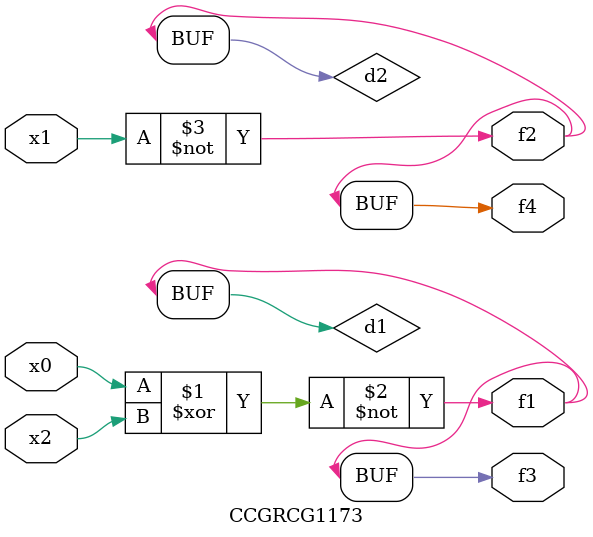
<source format=v>
module CCGRCG1173(
	input x0, x1, x2,
	output f1, f2, f3, f4
);

	wire d1, d2, d3;

	xnor (d1, x0, x2);
	nand (d2, x1);
	nor (d3, x1, x2);
	assign f1 = d1;
	assign f2 = d2;
	assign f3 = d1;
	assign f4 = d2;
endmodule

</source>
